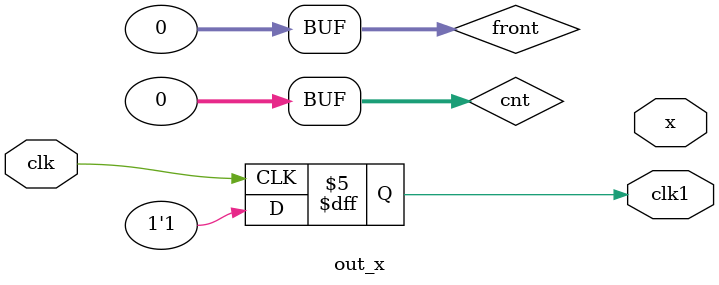
<source format=v>
module out_x(x, clk1,  clk);

output reg x;
output reg clk1 = 0;
input clk;

reg[31:0] front = 0;
integer cnt = 0;
// Clocking operations
always @(posedge clk)
begin
//	if (front >= 32'd100000000)
//	begin
//		clk1 <= 1;
//		front <= 32'd0;
//		if (cnt == 1)
//			x <= 1'b1;
//		else 
//			x <= 1'b0;
//		cnt = cnt + 1;
//	end
//	else
//	begin
//		clk1 <= 0;
//		front <= front + 1'b1;
//	end
	clk1 = 1;
end

endmodule
</source>
